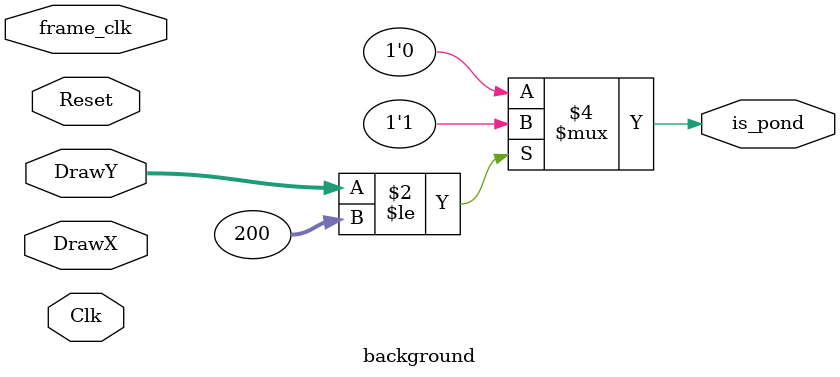
<source format=sv>
module background(input Clk, Reset, frame_clk,
						input [9:0] DrawX, DrawY,
						output logic is_pond
						);

always_comb
begin
	if(DrawY <= 200)
		is_pond = 1'b1;
	else
		is_pond = 1'b0;
end



endmodule 
</source>
